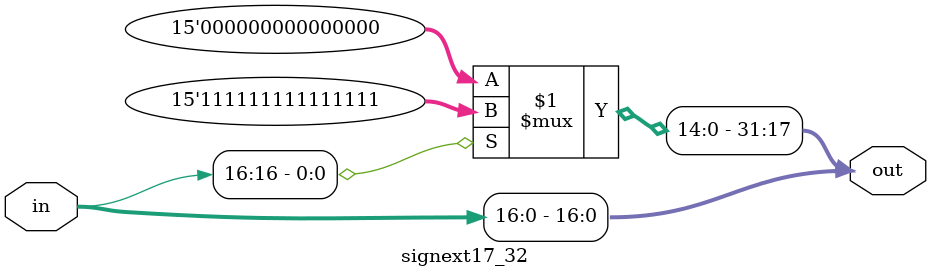
<source format=v>
module signext17_32(out, in);
    input [16:0] in;
    output [31:0] out;

    assign out[16:0] = in[16:0];
    assign out[31:17] = in[16] ? 15'b111111111111111 : 15'b000000000000000;
endmodule
</source>
